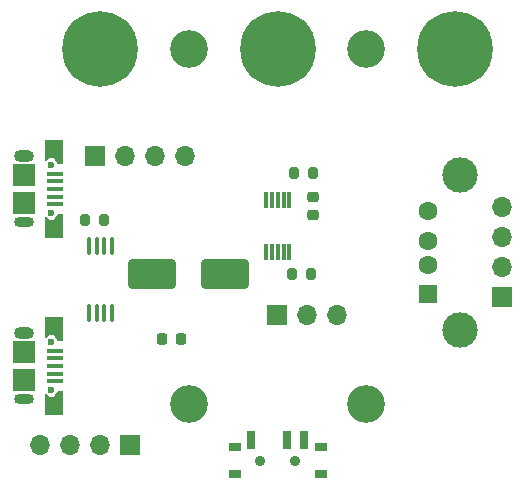
<source format=gbr>
%TF.GenerationSoftware,KiCad,Pcbnew,7.0.6*%
%TF.CreationDate,2023-09-17T17:39:24+01:00*%
%TF.ProjectId,working,776f726b-696e-4672-9e6b-696361645f70,rev?*%
%TF.SameCoordinates,Original*%
%TF.FileFunction,Soldermask,Top*%
%TF.FilePolarity,Negative*%
%FSLAX46Y46*%
G04 Gerber Fmt 4.6, Leading zero omitted, Abs format (unit mm)*
G04 Created by KiCad (PCBNEW 7.0.6) date 2023-09-17 17:39:24*
%MOMM*%
%LPD*%
G01*
G04 APERTURE LIST*
G04 Aperture macros list*
%AMRoundRect*
0 Rectangle with rounded corners*
0 $1 Rounding radius*
0 $2 $3 $4 $5 $6 $7 $8 $9 X,Y pos of 4 corners*
0 Add a 4 corners polygon primitive as box body*
4,1,4,$2,$3,$4,$5,$6,$7,$8,$9,$2,$3,0*
0 Add four circle primitives for the rounded corners*
1,1,$1+$1,$2,$3*
1,1,$1+$1,$4,$5*
1,1,$1+$1,$6,$7*
1,1,$1+$1,$8,$9*
0 Add four rect primitives between the rounded corners*
20,1,$1+$1,$2,$3,$4,$5,0*
20,1,$1+$1,$4,$5,$6,$7,0*
20,1,$1+$1,$6,$7,$8,$9,0*
20,1,$1+$1,$8,$9,$2,$3,0*%
%AMFreePoly0*
4,1,9,1.050000,0.350000,0.550000,0.000000,0.550000,-0.400000,0.800000,-0.650000,0.800000,-0.800000,-1.050000,-0.800000,-1.050000,0.800000,1.050000,0.800000,1.050000,0.350000,1.050000,0.350000,$1*%
%AMFreePoly1*
4,1,9,1.050000,-0.800000,-0.800000,-0.800000,-0.800000,-0.650000,-0.550000,-0.400000,-0.550000,0.000000,-1.050000,0.350000,-1.050000,0.800000,1.050000,0.800000,1.050000,-0.800000,1.050000,-0.800000,$1*%
G04 Aperture macros list end*
%ADD10RoundRect,0.100000X-0.100000X0.637500X-0.100000X-0.637500X0.100000X-0.637500X0.100000X0.637500X0*%
%ADD11R,1.700000X1.700000*%
%ADD12O,1.700000X1.700000*%
%ADD13R,1.000000X0.800000*%
%ADD14C,0.900000*%
%ADD15R,0.700000X1.500000*%
%ADD16R,1.500000X1.600000*%
%ADD17C,1.600000*%
%ADD18C,3.000000*%
%ADD19RoundRect,0.200000X-0.200000X-0.275000X0.200000X-0.275000X0.200000X0.275000X-0.200000X0.275000X0*%
%ADD20C,3.200000*%
%ADD21RoundRect,0.225000X-0.250000X0.225000X-0.250000X-0.225000X0.250000X-0.225000X0.250000X0.225000X0*%
%ADD22R,0.300000X1.400000*%
%ADD23C,6.400000*%
%ADD24C,0.600000*%
%ADD25R,1.350000X0.400000*%
%ADD26FreePoly0,270.000000*%
%ADD27O,1.700000X1.000000*%
%ADD28R,1.900000X1.900000*%
%ADD29O,1.700000X0.850000*%
%ADD30FreePoly1,270.000000*%
%ADD31RoundRect,0.225000X-0.225000X-0.250000X0.225000X-0.250000X0.225000X0.250000X-0.225000X0.250000X0*%
%ADD32RoundRect,0.250000X-1.750000X-1.000000X1.750000X-1.000000X1.750000X1.000000X-1.750000X1.000000X0*%
G04 APERTURE END LIST*
D10*
%TO.C,IC2*%
X-14025000Y-1637500D03*
X-14675000Y-1637500D03*
X-15325000Y-1637500D03*
X-15975000Y-1637500D03*
X-15975000Y-7362500D03*
X-15325000Y-7362500D03*
X-14675000Y-7362500D03*
X-14025000Y-7362500D03*
%TD*%
D11*
%TO.C,SW2*%
X-40000Y-7500000D03*
D12*
X2500000Y-7500000D03*
X5040000Y-7500000D03*
%TD*%
D11*
%TO.C,J4*%
X-12500000Y-18500000D03*
D12*
X-15040000Y-18500000D03*
X-17580000Y-18500000D03*
X-20120000Y-18500000D03*
%TD*%
D11*
%TO.C,J3*%
X-15500000Y6000000D03*
D12*
X-12960000Y6000000D03*
X-10420000Y6000000D03*
X-7880000Y6000000D03*
%TD*%
%TO.C,J1*%
X19000000Y1620000D03*
X19000000Y-920000D03*
X19000000Y-3460000D03*
D11*
X19000000Y-6000000D03*
%TD*%
D13*
%TO.C,SW1*%
X3650000Y-18720000D03*
X-3650000Y-20930000D03*
X3650000Y-20930000D03*
X-3650000Y-18720000D03*
D14*
X1500000Y-19830000D03*
X-1500000Y-19830000D03*
D15*
X-2250000Y-18070000D03*
X750000Y-18070000D03*
X2250000Y-18070000D03*
%TD*%
D16*
%TO.C,CON3*%
X12700000Y-5730000D03*
D17*
X12700000Y-3230000D03*
X12700000Y-1230000D03*
X12700000Y1270000D03*
D18*
X15410000Y-8800000D03*
X15410000Y4340000D03*
%TD*%
D19*
%TO.C,R3*%
X-16325000Y500000D03*
X-14675000Y500000D03*
%TD*%
D20*
%TO.C,H7*%
X-7535534Y-15000000D03*
%TD*%
D21*
%TO.C,C1*%
X3000000Y2500000D03*
X3000000Y950000D03*
%TD*%
D22*
%TO.C,IC1*%
X1000000Y2200000D03*
X500000Y2200000D03*
X0Y2200000D03*
X-500000Y2200000D03*
X-1000000Y2200000D03*
X-1000000Y-2200000D03*
X-500000Y-2200000D03*
X0Y-2200000D03*
X500000Y-2200000D03*
X1000000Y-2200000D03*
%TD*%
D23*
%TO.C,H1*%
X-15035534Y15000000D03*
%TD*%
D19*
%TO.C,R1*%
X1175000Y-4000000D03*
X2825000Y-4000000D03*
%TD*%
%TO.C,R2*%
X1350000Y4500000D03*
X3000000Y4500000D03*
%TD*%
D20*
%TO.C,H3*%
X7464466Y-15000000D03*
%TD*%
D24*
%TO.C,CON1*%
X-19150000Y5175000D03*
X-19150000Y1175000D03*
D25*
X-18825000Y4475000D03*
X-18825000Y3825000D03*
X-18825000Y3175000D03*
X-18825000Y2525000D03*
X-18825000Y1875000D03*
D26*
X-18950000Y6275000D03*
D27*
X-21500000Y6000000D03*
D28*
X-21500000Y4375000D03*
X-21500000Y1975000D03*
D29*
X-21500000Y350000D03*
D30*
X-18950000Y75000D03*
%TD*%
D20*
%TO.C,H4*%
X7464466Y15000000D03*
%TD*%
%TO.C,H6*%
X-7500000Y15000000D03*
%TD*%
D24*
%TO.C,CON2*%
X-19150000Y-9825000D03*
X-19150000Y-13825000D03*
D25*
X-18825000Y-10525000D03*
X-18825000Y-11175000D03*
X-18825000Y-11825000D03*
X-18825000Y-12475000D03*
X-18825000Y-13125000D03*
D26*
X-18950000Y-8725000D03*
D27*
X-21500000Y-9000000D03*
D28*
X-21500000Y-10625000D03*
X-21500000Y-13025000D03*
D29*
X-21500000Y-14650000D03*
D30*
X-18950000Y-14925000D03*
%TD*%
D23*
%TO.C,H5*%
X15000000Y15000000D03*
%TD*%
%TO.C,H8*%
X0Y15000000D03*
%TD*%
D31*
%TO.C,C2*%
X-9775000Y-9500000D03*
X-8225000Y-9500000D03*
%TD*%
D32*
%TO.C,C3*%
X-10600000Y-4000000D03*
X-4500000Y-4000000D03*
%TD*%
M02*

</source>
